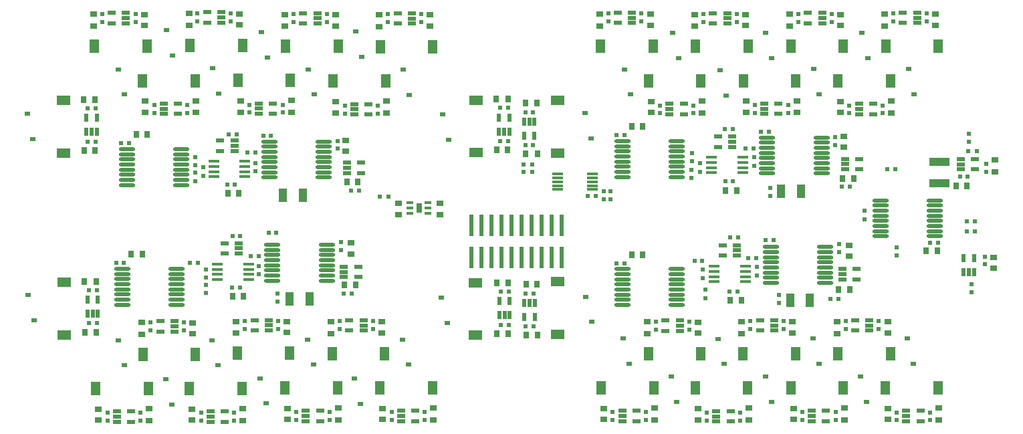
<source format=gbp>
G04*
G04 #@! TF.GenerationSoftware,Altium Limited,Altium Designer,18.1.9 (240)*
G04*
G04 Layer_Color=128*
%FSTAX44Y44*%
%MOMM*%
G71*
G01*
G75*
%ADD16R,0.6000X0.5500*%
%ADD17R,0.9000X0.7000*%
%ADD18O,2.1000X0.4500*%
%ADD19R,0.5000X0.6000*%
%ADD20R,0.6000X0.5000*%
%ADD22R,0.9000X0.8000*%
%ADD23R,0.5500X0.6000*%
%ADD25R,0.8000X0.9000*%
%ADD58R,1.0000X0.4700*%
%ADD59R,1.0000X1.8000*%
%ADD60R,1.3500X0.4500*%
%ADD61R,1.4500X0.3000*%
%ADD62R,0.5080X2.7940*%
%ADD63R,0.7620X1.1938*%
%ADD64R,0.8128X0.3048*%
%ADD65R,0.4700X1.0000*%
%ADD66R,2.6000X1.1000*%
%ADD67R,0.7000X0.5000*%
%ADD68R,1.8000X1.2500*%
%ADD69R,0.7000X0.9000*%
%ADD70R,1.2500X1.8000*%
D16*
X00940816Y00335618D02*
D03*
Y00346118D02*
D03*
X00309334Y00328522D02*
D03*
Y00339022D02*
D03*
X0031369Y0019795D02*
D03*
Y0020845D02*
D03*
X00246762Y0020464D02*
D03*
Y0019414D02*
D03*
X00875284Y00204132D02*
D03*
Y00193632D02*
D03*
X00944598Y00196867D02*
D03*
Y00207367D02*
D03*
X01120902Y0022193D02*
D03*
Y0023243D02*
D03*
X01080262Y00268054D02*
D03*
Y00278554D02*
D03*
X01216152Y0017509D02*
D03*
Y0018559D02*
D03*
X01212342Y00365844D02*
D03*
Y00376344D02*
D03*
X00961443Y00297302D02*
D03*
Y00307802D02*
D03*
X00861314Y0033037D02*
D03*
Y0031987D02*
D03*
X00872236Y00327998D02*
D03*
Y00338498D02*
D03*
X0097217Y00161882D02*
D03*
Y00172382D02*
D03*
X00879094Y00178732D02*
D03*
Y00168232D02*
D03*
X00243078Y00322918D02*
D03*
Y00333418D02*
D03*
X00336978Y00173778D02*
D03*
Y00163278D02*
D03*
X00246762Y00184713D02*
D03*
Y00174213D02*
D03*
X00233172Y00326814D02*
D03*
Y00316314D02*
D03*
D17*
X01245616Y00328034D02*
D03*
Y00343034D02*
D03*
X01105997Y00512558D02*
D03*
Y00527558D02*
D03*
X01174535Y00028982D02*
D03*
Y00013982D02*
D03*
X00925149Y00123234D02*
D03*
Y00138234D02*
D03*
X00933935Y0002867D02*
D03*
Y0001367D02*
D03*
X00805423Y0012281D02*
D03*
Y0013781D02*
D03*
X01054833Y00029123D02*
D03*
Y00014123D02*
D03*
X01045545Y00123176D02*
D03*
Y00138176D02*
D03*
X00994619Y00418028D02*
D03*
Y00403028D02*
D03*
X00865467Y00512132D02*
D03*
Y00527132D02*
D03*
X00745036Y00512613D02*
D03*
Y00527613D02*
D03*
X00814803Y00029148D02*
D03*
Y00014148D02*
D03*
X00985795Y00512298D02*
D03*
Y00527298D02*
D03*
X00874755Y00417596D02*
D03*
Y00402596D02*
D03*
X01114483Y00417596D02*
D03*
Y00402596D02*
D03*
X00285017Y00138508D02*
D03*
Y00123508D02*
D03*
X00404905Y00138122D02*
D03*
Y00123122D02*
D03*
X00165577Y0013696D02*
D03*
Y0012196D02*
D03*
X00414239Y00014123D02*
D03*
Y00029123D02*
D03*
X00534695Y00014123D02*
D03*
Y00029123D02*
D03*
X00174777Y00013198D02*
D03*
Y00028198D02*
D03*
X00293395Y00013198D02*
D03*
Y00028198D02*
D03*
X00225065Y00528138D02*
D03*
Y00513138D02*
D03*
X00346417Y00527044D02*
D03*
Y00512044D02*
D03*
X00466051Y00526838D02*
D03*
Y00511838D02*
D03*
X00354563Y00403358D02*
D03*
Y00418358D02*
D03*
X00475467Y00402342D02*
D03*
Y00417342D02*
D03*
X00234159Y00403022D02*
D03*
Y00418022D02*
D03*
X00104175Y0052732D02*
D03*
Y0051232D02*
D03*
D18*
X00957139Y00325776D02*
D03*
Y00332276D02*
D03*
Y00338776D02*
D03*
Y00345276D02*
D03*
Y00351776D02*
D03*
Y00358276D02*
D03*
Y00364776D02*
D03*
Y00371276D02*
D03*
X01026139Y00325776D02*
D03*
Y00332276D02*
D03*
Y00338776D02*
D03*
Y00345276D02*
D03*
Y00351776D02*
D03*
Y00358276D02*
D03*
Y00364776D02*
D03*
Y00371276D02*
D03*
X00842934Y00366822D02*
D03*
Y00360322D02*
D03*
Y00353822D02*
D03*
Y00347322D02*
D03*
Y00340822D02*
D03*
Y00334322D02*
D03*
Y00327822D02*
D03*
Y00321322D02*
D03*
X00773934Y00366822D02*
D03*
Y00360322D02*
D03*
Y00353822D02*
D03*
Y00347322D02*
D03*
Y00340822D02*
D03*
Y00334322D02*
D03*
Y00327822D02*
D03*
Y00321322D02*
D03*
X00395732Y00366302D02*
D03*
Y00359802D02*
D03*
Y00353302D02*
D03*
Y00346802D02*
D03*
Y00340302D02*
D03*
Y00333802D02*
D03*
Y00327302D02*
D03*
Y00320802D02*
D03*
X00326732Y00366302D02*
D03*
Y00359802D02*
D03*
Y00353302D02*
D03*
Y00346802D02*
D03*
Y00340302D02*
D03*
Y00333802D02*
D03*
Y00327302D02*
D03*
Y00320802D02*
D03*
X00215554Y00356662D02*
D03*
Y00350162D02*
D03*
Y00343662D02*
D03*
Y00337162D02*
D03*
Y00330662D02*
D03*
Y00324162D02*
D03*
Y00317662D02*
D03*
Y00311162D02*
D03*
X00146554Y00356662D02*
D03*
Y00350162D02*
D03*
Y00343662D02*
D03*
Y00337162D02*
D03*
Y00330662D02*
D03*
Y00324162D02*
D03*
Y00317662D02*
D03*
Y00311162D02*
D03*
X00140458Y00159607D02*
D03*
Y00166106D02*
D03*
Y00172607D02*
D03*
Y00179107D02*
D03*
Y00185606D02*
D03*
Y00192106D02*
D03*
Y00198606D02*
D03*
Y00205107D02*
D03*
X00209458Y00159607D02*
D03*
Y00166106D02*
D03*
Y00172607D02*
D03*
Y00179107D02*
D03*
Y00185606D02*
D03*
Y00192106D02*
D03*
Y00198606D02*
D03*
Y00205107D02*
D03*
X00330644Y00190179D02*
D03*
Y00196679D02*
D03*
Y00203179D02*
D03*
Y00209679D02*
D03*
Y00216179D02*
D03*
Y00222679D02*
D03*
Y00229179D02*
D03*
Y00235679D02*
D03*
X00399644Y00190179D02*
D03*
Y00196679D02*
D03*
Y00203179D02*
D03*
Y00209679D02*
D03*
Y00216179D02*
D03*
Y00222679D02*
D03*
Y00229179D02*
D03*
Y00235679D02*
D03*
X00842996Y00204966D02*
D03*
Y00198466D02*
D03*
Y00191966D02*
D03*
Y00185466D02*
D03*
Y00178966D02*
D03*
Y00172466D02*
D03*
Y00165966D02*
D03*
Y00159466D02*
D03*
X00773996Y00204966D02*
D03*
Y00198466D02*
D03*
Y00191966D02*
D03*
Y00185466D02*
D03*
Y00178966D02*
D03*
Y00172466D02*
D03*
Y00165966D02*
D03*
Y00159466D02*
D03*
X01030722Y00232885D02*
D03*
Y00226385D02*
D03*
Y00219885D02*
D03*
Y00213385D02*
D03*
Y00206885D02*
D03*
Y00200385D02*
D03*
Y00193885D02*
D03*
Y00187385D02*
D03*
X00961722Y00232885D02*
D03*
Y00226385D02*
D03*
Y00219885D02*
D03*
Y00213385D02*
D03*
Y00206885D02*
D03*
Y00200385D02*
D03*
Y00193885D02*
D03*
Y00187385D02*
D03*
X0110042Y00246164D02*
D03*
Y00252664D02*
D03*
Y00259164D02*
D03*
Y00265664D02*
D03*
Y00272164D02*
D03*
Y00278664D02*
D03*
Y00285164D02*
D03*
Y00291664D02*
D03*
X0116942Y00246164D02*
D03*
Y00252664D02*
D03*
Y00259164D02*
D03*
Y00265664D02*
D03*
Y00272164D02*
D03*
Y00278664D02*
D03*
Y00285164D02*
D03*
Y00291664D02*
D03*
D19*
X0075Y003035D02*
D03*
Y002935D02*
D03*
X00759Y003035D02*
D03*
Y002935D02*
D03*
X01232662Y0022064D02*
D03*
Y0021064D02*
D03*
X01234694Y0032771D02*
D03*
Y0033771D02*
D03*
X01116896Y00528106D02*
D03*
Y00518106D02*
D03*
X0115906Y00528106D02*
D03*
Y00518106D02*
D03*
X01163636Y00013434D02*
D03*
Y00023434D02*
D03*
X01121472Y00013434D02*
D03*
Y00023434D02*
D03*
X00861822Y0034171D02*
D03*
Y0035171D02*
D03*
X01043373Y00372148D02*
D03*
Y00362148D02*
D03*
X00936048Y00138782D02*
D03*
Y00128782D02*
D03*
X00978212Y00138782D02*
D03*
Y00128782D02*
D03*
X00923036Y00013122D02*
D03*
Y00023122D02*
D03*
X00880872Y00013122D02*
D03*
Y00023122D02*
D03*
X00816322Y00138358D02*
D03*
Y00128358D02*
D03*
X00858486Y00138358D02*
D03*
Y00128358D02*
D03*
X01043934Y00013575D02*
D03*
Y00023575D02*
D03*
X0100177Y00013575D02*
D03*
Y00023575D02*
D03*
X01056444Y00138724D02*
D03*
Y00128724D02*
D03*
X01098608Y00138724D02*
D03*
Y00128724D02*
D03*
X0098372Y0040248D02*
D03*
Y0041248D02*
D03*
X00941556Y0040248D02*
D03*
Y0041248D02*
D03*
X00876366Y0052768D02*
D03*
Y0051768D02*
D03*
X0091853Y0052768D02*
D03*
Y0051768D02*
D03*
X00755935Y00528161D02*
D03*
Y00518161D02*
D03*
X00798099Y00528161D02*
D03*
Y00518161D02*
D03*
X00803904Y000136D02*
D03*
Y000236D02*
D03*
X0076174Y000136D02*
D03*
Y000236D02*
D03*
X00996694Y00527846D02*
D03*
Y00517846D02*
D03*
X01038858Y00527846D02*
D03*
Y00517846D02*
D03*
X00863856Y00402048D02*
D03*
Y00412048D02*
D03*
X00821692Y00402048D02*
D03*
Y00412048D02*
D03*
X01103584Y00402048D02*
D03*
Y00412048D02*
D03*
X0106142Y00402048D02*
D03*
Y00412048D02*
D03*
X00295916Y00129056D02*
D03*
Y00139056D02*
D03*
X0033808Y00129056D02*
D03*
Y00139056D02*
D03*
X00415804Y0012867D02*
D03*
Y0013867D02*
D03*
X00457968Y0012867D02*
D03*
Y0013867D02*
D03*
X00176476Y00127508D02*
D03*
Y00137508D02*
D03*
X0021864Y00127508D02*
D03*
Y00137508D02*
D03*
X0040334Y00023575D02*
D03*
Y00013575D02*
D03*
X00361176Y00023575D02*
D03*
Y00013575D02*
D03*
X00523796Y00023575D02*
D03*
Y00013575D02*
D03*
X00481632Y00023575D02*
D03*
Y00013575D02*
D03*
X00163878Y0002265D02*
D03*
Y0001265D02*
D03*
X00121714Y0002265D02*
D03*
Y0001265D02*
D03*
X00282496Y0002265D02*
D03*
Y0001265D02*
D03*
X00240332Y0002265D02*
D03*
Y0001265D02*
D03*
X00233408Y00336198D02*
D03*
Y00346198D02*
D03*
X00235964Y00518686D02*
D03*
Y00528686D02*
D03*
X00278128Y00518686D02*
D03*
Y00528686D02*
D03*
X00357316Y00517592D02*
D03*
Y00527592D02*
D03*
X0039948Y00517592D02*
D03*
Y00527592D02*
D03*
X0047695Y00517386D02*
D03*
Y00527386D02*
D03*
X00519114Y00517386D02*
D03*
Y00527386D02*
D03*
X00343664Y0041281D02*
D03*
Y0040281D02*
D03*
X003015Y0041281D02*
D03*
Y0040281D02*
D03*
X00464568Y00411794D02*
D03*
Y00401794D02*
D03*
X00422404Y00411794D02*
D03*
Y00401794D02*
D03*
X0022326Y00412474D02*
D03*
Y00402474D02*
D03*
X00181096Y00412474D02*
D03*
Y00402474D02*
D03*
X00115074Y00517868D02*
D03*
Y00527868D02*
D03*
X00157238Y00517868D02*
D03*
Y00527868D02*
D03*
X01048654Y0023614D02*
D03*
Y0022614D02*
D03*
X00412966Y00367174D02*
D03*
Y00357174D02*
D03*
X00417576Y00238934D02*
D03*
Y00228934D02*
D03*
D20*
X01061894Y00308864D02*
D03*
X01051894D02*
D03*
X00903812Y00381762D02*
D03*
X00913812D02*
D03*
X00939661Y00357416D02*
D03*
X00929661D02*
D03*
X00914066Y00315722D02*
D03*
X00904066D02*
D03*
X00766256Y00374142D02*
D03*
X00776256D02*
D03*
X00430064Y00304182D02*
D03*
X00440064D02*
D03*
X00275517Y00375518D02*
D03*
X00285517D02*
D03*
X00309254Y00352442D02*
D03*
X00299254D02*
D03*
X00283346Y00312056D02*
D03*
X00273346D02*
D03*
X00138876Y00363982D02*
D03*
X00148876D02*
D03*
X0014278Y00212426D02*
D03*
X0013278D02*
D03*
X0027948Y0018161D02*
D03*
X0028948D02*
D03*
X00280017Y0024638D02*
D03*
X00290017D02*
D03*
X00313142Y0022098D02*
D03*
X00303142D02*
D03*
X00430958Y00173482D02*
D03*
X00420958D02*
D03*
X00766318Y00212286D02*
D03*
X00776318D02*
D03*
X00910416Y00244856D02*
D03*
X00920416D02*
D03*
X00919908Y00176022D02*
D03*
X00909908D02*
D03*
X00943276Y0021844D02*
D03*
X00933276D02*
D03*
X01047561Y00167386D02*
D03*
X01037561D02*
D03*
X011735Y00238512D02*
D03*
X011635D02*
D03*
X01211246Y00321818D02*
D03*
X01201246D02*
D03*
X0073975Y0029775D02*
D03*
X0072975D02*
D03*
X00959411Y00378324D02*
D03*
X00949411D02*
D03*
X00875204Y0021524D02*
D03*
X00865204D02*
D03*
X00651162Y00131866D02*
D03*
X00661162D02*
D03*
X00651162Y0017403D02*
D03*
X00661162D02*
D03*
X00630001Y00176521D02*
D03*
X00620001D02*
D03*
X00630001Y00134357D02*
D03*
X00620001D02*
D03*
X0062938Y00409067D02*
D03*
X0061938D02*
D03*
X0062938Y00366903D02*
D03*
X0061938D02*
D03*
X00650861Y00361397D02*
D03*
X00660861D02*
D03*
X00650861Y00403561D02*
D03*
X00660861D02*
D03*
X00236394Y00213039D02*
D03*
X00226394D02*
D03*
X00098314Y00178358D02*
D03*
X00108314D02*
D03*
X00096962Y00408494D02*
D03*
X00106962D02*
D03*
X00096962Y0036633D02*
D03*
X00106962D02*
D03*
X00965628Y00241808D02*
D03*
X00955628D02*
D03*
X00329004Y0037335D02*
D03*
X00319004D02*
D03*
X00335763Y00250444D02*
D03*
X00325763D02*
D03*
X00108314Y00136194D02*
D03*
X00098314D02*
D03*
D22*
X01054333Y00358908D02*
D03*
Y00372908D02*
D03*
X005426Y00288D02*
D03*
Y00274D02*
D03*
X0049075Y00288D02*
D03*
Y00274D02*
D03*
X00423926Y00367934D02*
D03*
Y00353934D02*
D03*
X01243838Y00205598D02*
D03*
Y00219598D02*
D03*
X00430022Y00223886D02*
D03*
Y00237886D02*
D03*
X00168414Y0052705D02*
D03*
Y0051305D02*
D03*
X010611Y00235092D02*
D03*
Y00221092D02*
D03*
X01110296Y00014252D02*
D03*
Y00028252D02*
D03*
X01170236Y00527288D02*
D03*
Y00513288D02*
D03*
X00989388Y00137964D02*
D03*
Y00123964D02*
D03*
X00990594Y00014393D02*
D03*
Y00028393D02*
D03*
X00869696Y0001394D02*
D03*
Y0002794D02*
D03*
X01109784Y00137906D02*
D03*
Y00123906D02*
D03*
X00869662Y0013754D02*
D03*
Y0012354D02*
D03*
X00750564Y00014418D02*
D03*
Y00028418D02*
D03*
X0093038Y00403298D02*
D03*
Y00417298D02*
D03*
X01050034Y00527028D02*
D03*
Y00513028D02*
D03*
X00929706Y00526862D02*
D03*
Y00512862D02*
D03*
X01050244Y00402866D02*
D03*
Y00416866D02*
D03*
X00810516Y00402866D02*
D03*
Y00416866D02*
D03*
X00809275Y00527343D02*
D03*
Y00513343D02*
D03*
X00410656Y00526774D02*
D03*
Y00512774D02*
D03*
X0053029Y00526568D02*
D03*
Y00512568D02*
D03*
X00290324Y00403628D02*
D03*
Y00417628D02*
D03*
X00411228Y00402612D02*
D03*
Y00416612D02*
D03*
X00289304Y00527868D02*
D03*
Y00513868D02*
D03*
X0016992Y00403292D02*
D03*
Y00417292D02*
D03*
X0035Y00028393D02*
D03*
Y00014393D02*
D03*
X00349256Y00124238D02*
D03*
Y00138238D02*
D03*
X00469144Y00123852D02*
D03*
Y00137852D02*
D03*
X00470456Y00028393D02*
D03*
Y00014393D02*
D03*
X00229156Y00027468D02*
D03*
Y00013468D02*
D03*
X00110538Y00027468D02*
D03*
Y00013468D02*
D03*
X00229816Y0012269D02*
D03*
Y0013669D02*
D03*
D23*
X01119672Y00331078D02*
D03*
X01109172D02*
D03*
X00649Y0032766D02*
D03*
X006595D02*
D03*
Y0033725D02*
D03*
X00649D02*
D03*
X0120975Y0026525D02*
D03*
X0122025D02*
D03*
X0120975Y0025275D02*
D03*
X0122025D02*
D03*
X00467077Y00296164D02*
D03*
X00477577D02*
D03*
X01222418Y00354114D02*
D03*
X01211918D02*
D03*
D25*
X00904606Y00304038D02*
D03*
X00918606D02*
D03*
X0027414Y00300626D02*
D03*
X0028814D02*
D03*
X0028002Y0017018D02*
D03*
X0029402D02*
D03*
X00910702Y00165308D02*
D03*
X00924702D02*
D03*
X01196452Y00310388D02*
D03*
X01210452D02*
D03*
X01172494Y0022825D02*
D03*
X01158494D02*
D03*
X0106683Y00319532D02*
D03*
X0105283D02*
D03*
X01047608Y00178642D02*
D03*
X01061608D02*
D03*
X00436006Y00184404D02*
D03*
X00422006D02*
D03*
X00425016Y00315104D02*
D03*
X00439016D02*
D03*
X00785654Y00223208D02*
D03*
X00799654D02*
D03*
X00785592Y00385064D02*
D03*
X00799592D02*
D03*
X0065198Y00185206D02*
D03*
X0066598D02*
D03*
X00629183Y00123181D02*
D03*
X00615183D02*
D03*
X00651679Y00414737D02*
D03*
X00665679D02*
D03*
X00628562Y00355727D02*
D03*
X00614562D02*
D03*
X00158212Y00374904D02*
D03*
X00172212D02*
D03*
X00106144Y00355154D02*
D03*
X00092144D02*
D03*
X00166116Y00223349D02*
D03*
X00152116D02*
D03*
X00093496Y00125019D02*
D03*
X00107496D02*
D03*
D58*
X01055565Y00337858D02*
D03*
X01073565Y00344358D02*
D03*
Y00331358D02*
D03*
X01055565Y00344358D02*
D03*
Y00331358D02*
D03*
X00913071Y0036584D02*
D03*
X00895071Y0035934D02*
D03*
Y0037234D02*
D03*
X00913071Y0035934D02*
D03*
Y0037234D02*
D03*
X00425158Y00332884D02*
D03*
X00443158Y00339384D02*
D03*
Y00326384D02*
D03*
X00425158Y00339384D02*
D03*
Y00326384D02*
D03*
X00282664Y00360866D02*
D03*
X00264664Y00354366D02*
D03*
Y00367366D02*
D03*
X00282664Y00354366D02*
D03*
Y00367366D02*
D03*
X0028829Y0023764D02*
D03*
Y0022464D02*
D03*
X0027029Y0023764D02*
D03*
Y0022464D02*
D03*
X0028829Y0023114D02*
D03*
X00421386Y00201168D02*
D03*
X00439386Y00207668D02*
D03*
Y00194668D02*
D03*
X00421386D02*
D03*
Y00207668D02*
D03*
X00918938Y0022845D02*
D03*
X00900938Y0022195D02*
D03*
Y0023495D02*
D03*
X00918938Y0022195D02*
D03*
Y0023495D02*
D03*
X01052464Y00198374D02*
D03*
X01070464Y00204874D02*
D03*
Y00191874D02*
D03*
X01052464Y00204874D02*
D03*
Y00191874D02*
D03*
X01202182Y00337578D02*
D03*
X01220182Y00344078D02*
D03*
Y00331078D02*
D03*
X01202182Y00344078D02*
D03*
Y00331078D02*
D03*
X01147122Y00529352D02*
D03*
Y00516352D02*
D03*
X01129122Y00529352D02*
D03*
Y00516352D02*
D03*
X01147122Y00522852D02*
D03*
X0113341Y00012188D02*
D03*
Y00025188D02*
D03*
X0115141Y00012188D02*
D03*
Y00025188D02*
D03*
X0113341Y00018688D02*
D03*
X00786161Y00522907D02*
D03*
X00768161Y00516407D02*
D03*
Y00529407D02*
D03*
X00786161Y00516407D02*
D03*
Y00529407D02*
D03*
X00966274Y00140028D02*
D03*
Y00127028D02*
D03*
X00948274Y00140028D02*
D03*
Y00127028D02*
D03*
X00966274Y00133528D02*
D03*
X0089281Y00011876D02*
D03*
Y00024876D02*
D03*
X0091081Y00011876D02*
D03*
Y00024876D02*
D03*
X0089281Y00018376D02*
D03*
X00846548Y00139604D02*
D03*
Y00126604D02*
D03*
X00828548Y00139604D02*
D03*
Y00126604D02*
D03*
X00846548Y00133104D02*
D03*
X01013708Y00012329D02*
D03*
Y00025329D02*
D03*
X01031708Y00012329D02*
D03*
Y00025329D02*
D03*
X01013708Y00018829D02*
D03*
X0108667Y0013997D02*
D03*
Y0012697D02*
D03*
X0106867Y0013997D02*
D03*
Y0012697D02*
D03*
X0108667Y0013347D02*
D03*
X00953494Y00401234D02*
D03*
Y00414234D02*
D03*
X00971494Y00401234D02*
D03*
Y00414234D02*
D03*
X00953494Y00407734D02*
D03*
X00906592Y00528926D02*
D03*
Y00515926D02*
D03*
X00888592Y00528926D02*
D03*
Y00515926D02*
D03*
X00906592Y00522426D02*
D03*
X00773678Y00012354D02*
D03*
Y00025354D02*
D03*
X00791678Y00012354D02*
D03*
Y00025354D02*
D03*
X00773678Y00018854D02*
D03*
X0102692Y00529092D02*
D03*
Y00516092D02*
D03*
X0100892Y00529092D02*
D03*
Y00516092D02*
D03*
X0102692Y00522592D02*
D03*
X0083363Y00400802D02*
D03*
Y00413802D02*
D03*
X0085163Y00400802D02*
D03*
Y00413802D02*
D03*
X0083363Y00407302D02*
D03*
X01073358Y00400802D02*
D03*
Y00413802D02*
D03*
X01091358Y00400802D02*
D03*
Y00413802D02*
D03*
X01073358Y00407302D02*
D03*
X00326142Y00133802D02*
D03*
X00308142Y00127302D02*
D03*
Y00140302D02*
D03*
X00326142Y00127302D02*
D03*
Y00140302D02*
D03*
X0044603Y00133416D02*
D03*
X0042803Y00126916D02*
D03*
Y00139916D02*
D03*
X0044603Y00126916D02*
D03*
Y00139916D02*
D03*
X00206702Y00132254D02*
D03*
X00188702Y00125754D02*
D03*
Y00138754D02*
D03*
X00206702Y00125754D02*
D03*
Y00138754D02*
D03*
X00373114Y00018829D02*
D03*
X00391114Y00025329D02*
D03*
Y00012329D02*
D03*
X00373114Y00025329D02*
D03*
Y00012329D02*
D03*
X0049357Y00018829D02*
D03*
X0051157Y00025329D02*
D03*
Y00012329D02*
D03*
X0049357Y00025329D02*
D03*
Y00012329D02*
D03*
X00133652Y00017904D02*
D03*
X00151652Y00024404D02*
D03*
Y00011404D02*
D03*
X00133652Y00024404D02*
D03*
Y00011404D02*
D03*
X0025227Y00017904D02*
D03*
X0027027Y00024404D02*
D03*
Y00011404D02*
D03*
X0025227Y00024404D02*
D03*
Y00011404D02*
D03*
X0026619Y00523432D02*
D03*
X0024819Y00516932D02*
D03*
Y00529932D02*
D03*
X0026619Y00516932D02*
D03*
Y00529932D02*
D03*
X00387542Y00522338D02*
D03*
X00369542Y00515838D02*
D03*
Y00528838D02*
D03*
X00387542Y00515838D02*
D03*
Y00528838D02*
D03*
X00507176Y00522132D02*
D03*
X00489176Y00515632D02*
D03*
Y00528632D02*
D03*
X00507176Y00515632D02*
D03*
Y00528632D02*
D03*
X00313438Y00408064D02*
D03*
X00331438Y00414564D02*
D03*
Y00401564D02*
D03*
X00313438Y00414564D02*
D03*
Y00401564D02*
D03*
X00434342Y00407048D02*
D03*
X00452342Y00413548D02*
D03*
Y00400548D02*
D03*
X00434342Y00413548D02*
D03*
Y00400548D02*
D03*
X00193034Y00407728D02*
D03*
X00211034Y00414228D02*
D03*
Y00401228D02*
D03*
X00193034Y00414228D02*
D03*
Y00401228D02*
D03*
X001453Y00522614D02*
D03*
X001273Y00516114D02*
D03*
Y00529114D02*
D03*
X001453Y00516114D02*
D03*
Y00529114D02*
D03*
D59*
X00974739Y00302886D02*
D03*
X00999739D02*
D03*
X00344332Y00297912D02*
D03*
X00369332D02*
D03*
X00352492Y00167386D02*
D03*
X00377492D02*
D03*
X00986482Y00165608D02*
D03*
X01011482D02*
D03*
D60*
X00926279Y0034624D02*
D03*
Y0033974D02*
D03*
Y0033324D02*
D03*
Y0032674D02*
D03*
X00886779Y0034624D02*
D03*
Y0033974D02*
D03*
Y0033324D02*
D03*
Y0032674D02*
D03*
X00295872Y00341266D02*
D03*
Y00334766D02*
D03*
Y00328266D02*
D03*
Y00321766D02*
D03*
X00256372Y00341266D02*
D03*
Y00334766D02*
D03*
Y00328266D02*
D03*
Y00321766D02*
D03*
X0026084Y0019162D02*
D03*
Y0019812D02*
D03*
Y0020462D02*
D03*
Y0021112D02*
D03*
X0030034Y0019162D02*
D03*
Y0019812D02*
D03*
Y0020462D02*
D03*
Y0021112D02*
D03*
X00929516Y00208326D02*
D03*
Y00201826D02*
D03*
Y00195326D02*
D03*
Y00188826D02*
D03*
X00890016Y00208326D02*
D03*
Y00201826D02*
D03*
Y00195326D02*
D03*
Y00188826D02*
D03*
D61*
X00691757Y003055D02*
D03*
Y003105D02*
D03*
Y003155D02*
D03*
Y003205D02*
D03*
Y003255D02*
D03*
X00735757Y003055D02*
D03*
Y003105D02*
D03*
Y003155D02*
D03*
Y003205D02*
D03*
Y003255D02*
D03*
D62*
X0058285Y0021968D02*
D03*
Y0026032D02*
D03*
X0059555Y0021968D02*
D03*
Y0026032D02*
D03*
X0060825Y0021968D02*
D03*
Y0026032D02*
D03*
X0062095Y0021968D02*
D03*
Y0026032D02*
D03*
X0063365Y0021968D02*
D03*
Y0026032D02*
D03*
X0064635Y0021968D02*
D03*
Y0026032D02*
D03*
X0065905Y0021968D02*
D03*
Y0026032D02*
D03*
X0067175Y0021968D02*
D03*
Y0026032D02*
D03*
X0068445Y0021968D02*
D03*
Y0026032D02*
D03*
X0069715Y0021968D02*
D03*
Y0026032D02*
D03*
D63*
X0051643Y00281896D02*
D03*
D64*
X0052786Y00275292D02*
D03*
Y00281896D02*
D03*
Y002885D02*
D03*
X00505D02*
D03*
Y00281896D02*
D03*
Y00275292D02*
D03*
D65*
X01212746Y00200886D02*
D03*
X01206246Y00218886D02*
D03*
X01219246D02*
D03*
X01206246Y00200886D02*
D03*
X01219246D02*
D03*
X00649916Y00162092D02*
D03*
X00662916D02*
D03*
X00649916Y00144092D02*
D03*
X00662916D02*
D03*
X00656416Y00162092D02*
D03*
X00631247Y00146295D02*
D03*
X00618247D02*
D03*
X00631247Y00164295D02*
D03*
X00618247D02*
D03*
X00624747Y00146295D02*
D03*
X00630626Y00378841D02*
D03*
X00617626D02*
D03*
X00630626Y00396841D02*
D03*
X00617626D02*
D03*
X00624126Y00378841D02*
D03*
X00649615Y00391623D02*
D03*
X00662615D02*
D03*
X00649615Y00373623D02*
D03*
X00662615D02*
D03*
X00656115Y00391623D02*
D03*
X00101708Y00378268D02*
D03*
X00095208Y00396268D02*
D03*
X00108208D02*
D03*
X00095208Y00378268D02*
D03*
X00108208D02*
D03*
X0010956Y00148132D02*
D03*
X0009656D02*
D03*
X0010956Y00166133D02*
D03*
X0009656D02*
D03*
X0010306Y00148132D02*
D03*
D66*
X01175258Y00340398D02*
D03*
Y00313398D02*
D03*
D67*
X0095516Y00068896D02*
D03*
X0096266Y00036896D02*
D03*
X00962821Y00472001D02*
D03*
X00955321Y00504001D02*
D03*
X00383928Y00425706D02*
D03*
X00376428Y00457706D02*
D03*
X00374964Y00115737D02*
D03*
X00382464Y00083737D02*
D03*
X01015298Y00117067D02*
D03*
X01022798Y00085067D02*
D03*
X01023306Y0042596D02*
D03*
X01015806Y0045796D02*
D03*
X00503562Y004255D02*
D03*
X00496062Y004575D02*
D03*
X00434908Y00066162D02*
D03*
X00442408Y00034162D02*
D03*
X00895071Y00116578D02*
D03*
X00902571Y00084578D02*
D03*
X00905002Y00424188D02*
D03*
X00897502Y00456188D02*
D03*
X00324552Y00472696D02*
D03*
X00317052Y00504696D02*
D03*
X00315271Y00066548D02*
D03*
X00322771Y00034548D02*
D03*
X01075556Y00068838D02*
D03*
X01083056Y00036838D02*
D03*
X01084472Y00471934D02*
D03*
X01076972Y00503934D02*
D03*
X00443432Y00473286D02*
D03*
X00435932Y00505286D02*
D03*
X0049542Y00115737D02*
D03*
X0050292Y00083737D02*
D03*
X00835434Y00068472D02*
D03*
X00842934Y00036472D02*
D03*
X00726754Y00402588D02*
D03*
X00734254Y00370588D02*
D03*
X00027626Y00369572D02*
D03*
X00020126Y00401572D02*
D03*
X0025412Y00114812D02*
D03*
X0026162Y00082812D02*
D03*
X00734956Y00137918D02*
D03*
X00727456Y00169918D02*
D03*
X00844744Y00471934D02*
D03*
X00837244Y00503934D02*
D03*
X00262576Y004268D02*
D03*
X00255076Y004588D02*
D03*
X00028896Y00139702D02*
D03*
X00021396Y00171702D02*
D03*
X01135Y00116926D02*
D03*
X011425Y00084926D02*
D03*
X0055239Y0013657D02*
D03*
X0054489Y0016857D02*
D03*
X00784098Y00425712D02*
D03*
X00776598Y00457712D02*
D03*
X00204156Y00474982D02*
D03*
X00196656Y00506982D02*
D03*
X00135502Y00114812D02*
D03*
X00143002Y00082812D02*
D03*
X01143508Y0042622D02*
D03*
X01136008Y0045822D02*
D03*
X00775268Y00117092D02*
D03*
X00782768Y00085092D02*
D03*
X005461Y0040072D02*
D03*
X005536Y0036872D02*
D03*
X0014345Y00425706D02*
D03*
X0013595Y00457706D02*
D03*
X0019558Y00065D02*
D03*
X0020308Y00033D02*
D03*
D68*
X00691789Y00351747D02*
D03*
Y00418247D02*
D03*
X0069209Y00188716D02*
D03*
Y00122216D02*
D03*
X00587644Y00120929D02*
D03*
Y00187429D02*
D03*
X00588452Y00352217D02*
D03*
Y00418717D02*
D03*
X00067386Y00121509D02*
D03*
Y00188008D02*
D03*
X00066034Y00351644D02*
D03*
Y00418144D02*
D03*
D69*
X0065171Y00120967D02*
D03*
X0066671D02*
D03*
X00614453Y0018742D02*
D03*
X00629453D02*
D03*
X00613832Y00419966D02*
D03*
X00628832D02*
D03*
X00666409Y00350498D02*
D03*
X00651409D02*
D03*
X00107766Y00189258D02*
D03*
X00092766D02*
D03*
X00106414Y00419393D02*
D03*
X00091414D02*
D03*
D70*
X01173746Y00487178D02*
D03*
X01107246D02*
D03*
X01106786Y00054362D02*
D03*
X01173286D02*
D03*
X00992898Y00097854D02*
D03*
X00926398D02*
D03*
X00866186Y0005405D02*
D03*
X00932686D02*
D03*
X00873172Y0009743D02*
D03*
X00806672D02*
D03*
X00987084Y00054503D02*
D03*
X01053584D02*
D03*
X01113294Y00097796D02*
D03*
X01046794D02*
D03*
X0092687Y00443408D02*
D03*
X0099337D02*
D03*
X00933216Y00486752D02*
D03*
X00866716D02*
D03*
X00812785Y00487233D02*
D03*
X00746285D02*
D03*
X00747054Y00054528D02*
D03*
X00813554D02*
D03*
X01053544Y00486918D02*
D03*
X00987044D02*
D03*
X00807006Y00442976D02*
D03*
X00873506D02*
D03*
X01046734D02*
D03*
X01113234D02*
D03*
X00352766Y00098128D02*
D03*
X00286266D02*
D03*
X00472654Y00097742D02*
D03*
X00406154D02*
D03*
X00233326Y0009658D02*
D03*
X00166826D02*
D03*
X0034649Y00054503D02*
D03*
X0041299D02*
D03*
X00466946D02*
D03*
X00533446D02*
D03*
X00107028Y00053578D02*
D03*
X00173528D02*
D03*
X00225646D02*
D03*
X00292146D02*
D03*
X00292814Y00487758D02*
D03*
X00226314D02*
D03*
X00414166Y00486664D02*
D03*
X00347666D02*
D03*
X005338Y00486458D02*
D03*
X004673D02*
D03*
X00286814Y00443738D02*
D03*
X00353314D02*
D03*
X00407718Y00442722D02*
D03*
X00474218D02*
D03*
X0016641Y00443402D02*
D03*
X0023291D02*
D03*
X00171924Y0048694D02*
D03*
X00105424D02*
D03*
M02*

</source>
